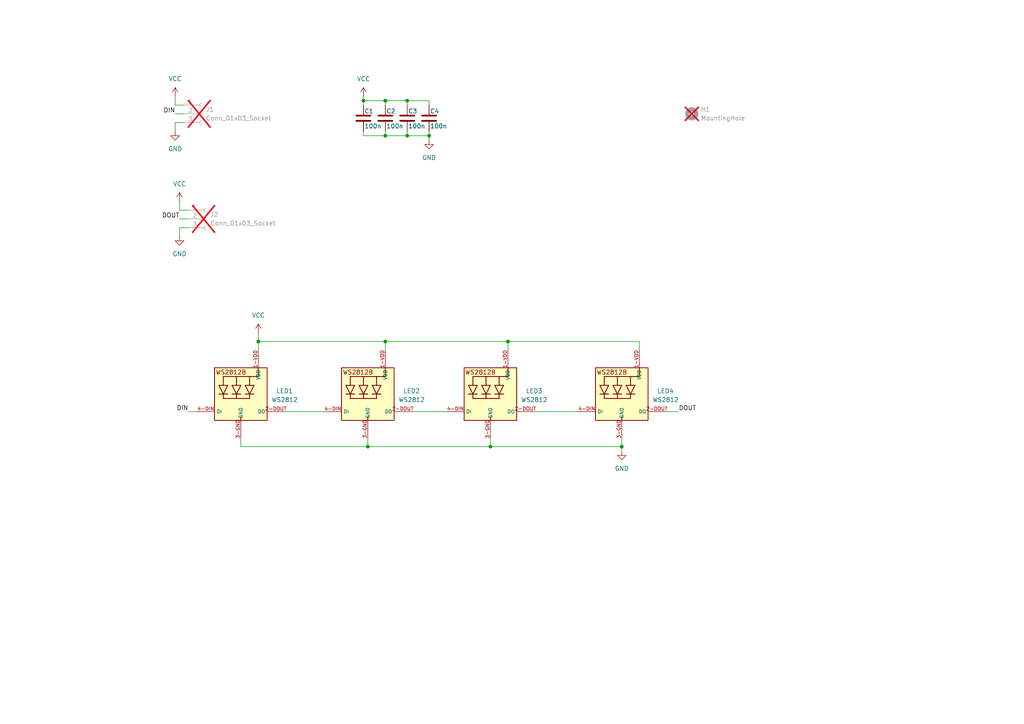
<source format=kicad_sch>
(kicad_sch
	(version 20231120)
	(generator "eeschema")
	(generator_version "8.0")
	(uuid "6dd1f552-d48f-46ed-8b33-4cce56153b2a")
	(paper "A4")
	(lib_symbols
		(symbol "0Capacitors:0603_100n_50v"
			(pin_numbers hide)
			(pin_names
				(offset 0) hide)
			(exclude_from_sim no)
			(in_bom yes)
			(on_board yes)
			(property "Reference" "C"
				(at 0.762 2.032 0)
				(effects
					(font
						(size 1.27 1.27)
					)
				)
			)
			(property "Value" "100n"
				(at 2.54 -2.032 0)
				(effects
					(font
						(size 1.27 1.27)
					)
				)
			)
			(property "Footprint" "0Capacitors:C_0603_1608Metric"
				(at -0.254 -9.144 0)
				(effects
					(font
						(size 1.27 1.27)
					)
					(hide yes)
				)
			)
			(property "Datasheet" ""
				(at 0 0 0)
				(effects
					(font
						(size 1.27 1.27)
					)
					(hide yes)
				)
			)
			(property "Description" "50V 100nF X7R ±10% 0603 Multilayer Ceramic Capacitors MLCC - SMD/SMT ROHS"
				(at 0.508 -7.366 0)
				(effects
					(font
						(size 1.27 1.27)
					)
					(hide yes)
				)
			)
			(property "LCSC Part #" "C14663"
				(at 0 -10.922 0)
				(effects
					(font
						(size 1.27 1.27)
					)
					(hide yes)
				)
			)
			(symbol "0603_100n_50v_0_1"
				(polyline
					(pts
						(xy -2.032 -0.762) (xy 2.032 -0.762)
					)
					(stroke
						(width 0.508)
						(type default)
					)
					(fill
						(type none)
					)
				)
				(polyline
					(pts
						(xy -2.032 0.762) (xy 2.032 0.762)
					)
					(stroke
						(width 0.508)
						(type default)
					)
					(fill
						(type none)
					)
				)
			)
			(symbol "0603_100n_50v_1_1"
				(pin passive line
					(at 0 3.81 270)
					(length 2.794)
					(name "~"
						(effects
							(font
								(size 1.27 1.27)
							)
						)
					)
					(number "1"
						(effects
							(font
								(size 1.27 1.27)
							)
						)
					)
				)
				(pin passive line
					(at 0 -3.81 90)
					(length 2.794)
					(name "~"
						(effects
							(font
								(size 1.27 1.27)
							)
						)
					)
					(number "2"
						(effects
							(font
								(size 1.27 1.27)
							)
						)
					)
				)
			)
		)
		(symbol "0LEDs:WS2812_5050"
			(exclude_from_sim no)
			(in_bom yes)
			(on_board yes)
			(property "Reference" "LED"
				(at -6.096 13.716 0)
				(effects
					(font
						(size 1.27 1.27)
					)
				)
			)
			(property "Value" "WS2812"
				(at 4.064 -3.81 0)
				(effects
					(font
						(size 1.27 1.27)
					)
				)
			)
			(property "Footprint" "0LED:WS2812B_5050"
				(at 0.254 -21.844 0)
				(effects
					(font
						(size 1.27 1.27)
					)
					(hide yes)
				)
			)
			(property "Datasheet" "https://jlcpcb.com/api/file/downloadByFileSystemAccessId/8588918769195864064"
				(at 0.254 -17.78 0)
				(effects
					(font
						(size 1.27 1.27)
					)
					(hide yes)
				)
			)
			(property "Description" "SMD5050 RGB LEDs(Built-in IC) ROHS"
				(at 0.508 -19.812 0)
				(effects
					(font
						(size 1.27 1.27)
					)
					(hide yes)
				)
			)
			(property "LCSC Part #" "C2843785"
				(at 0 -24.13 0)
				(effects
					(font
						(size 1.27 1.27)
					)
					(hide yes)
				)
			)
			(symbol "WS2812_5050_0_0"
				(rectangle
					(start -7.62 -2.54)
					(end 7.62 12.7)
					(stroke
						(width 0.254)
						(type default)
					)
					(fill
						(type background)
					)
				)
				(polyline
					(pts
						(xy -6.35 5.08) (xy -5.08 5.08)
					)
					(stroke
						(width 0.254)
						(type default)
					)
					(fill
						(type none)
					)
				)
				(polyline
					(pts
						(xy -6.35 7.62) (xy -5.08 7.62)
					)
					(stroke
						(width 0.254)
						(type default)
					)
					(fill
						(type none)
					)
				)
				(polyline
					(pts
						(xy -5.08 5.08) (xy -6.35 7.62)
					)
					(stroke
						(width 0.254)
						(type default)
					)
					(fill
						(type none)
					)
				)
				(polyline
					(pts
						(xy -5.08 5.08) (xy -5.08 3.81)
					)
					(stroke
						(width 0.254)
						(type default)
					)
					(fill
						(type none)
					)
				)
				(polyline
					(pts
						(xy -5.08 5.08) (xy -3.81 7.62)
					)
					(stroke
						(width 0.254)
						(type default)
					)
					(fill
						(type none)
					)
				)
				(polyline
					(pts
						(xy -5.08 7.62) (xy -3.81 7.62)
					)
					(stroke
						(width 0.254)
						(type default)
					)
					(fill
						(type none)
					)
				)
				(polyline
					(pts
						(xy -5.08 10.16) (xy -5.08 7.62)
					)
					(stroke
						(width 0.254)
						(type default)
					)
					(fill
						(type none)
					)
				)
				(polyline
					(pts
						(xy -3.81 5.08) (xy -5.08 5.08)
					)
					(stroke
						(width 0.254)
						(type default)
					)
					(fill
						(type none)
					)
				)
				(polyline
					(pts
						(xy -2.54 5.08) (xy -1.27 5.08)
					)
					(stroke
						(width 0.254)
						(type default)
					)
					(fill
						(type none)
					)
				)
				(polyline
					(pts
						(xy -2.54 7.62) (xy 0 7.62)
					)
					(stroke
						(width 0.254)
						(type default)
					)
					(fill
						(type none)
					)
				)
				(polyline
					(pts
						(xy -1.27 3.81) (xy -5.08 3.81)
					)
					(stroke
						(width 0.254)
						(type default)
					)
					(fill
						(type none)
					)
				)
				(polyline
					(pts
						(xy -1.27 5.08) (xy -2.54 7.62)
					)
					(stroke
						(width 0.254)
						(type default)
					)
					(fill
						(type none)
					)
				)
				(polyline
					(pts
						(xy -1.27 5.08) (xy -1.27 3.81)
					)
					(stroke
						(width 0.254)
						(type default)
					)
					(fill
						(type none)
					)
				)
				(polyline
					(pts
						(xy -1.27 5.08) (xy 0 5.08)
					)
					(stroke
						(width 0.254)
						(type default)
					)
					(fill
						(type none)
					)
				)
				(polyline
					(pts
						(xy -1.27 7.62) (xy -1.27 10.16)
					)
					(stroke
						(width 0.254)
						(type default)
					)
					(fill
						(type none)
					)
				)
				(polyline
					(pts
						(xy -1.27 10.16) (xy -5.08 10.16)
					)
					(stroke
						(width 0.254)
						(type default)
					)
					(fill
						(type none)
					)
				)
				(polyline
					(pts
						(xy 0 -1.524) (xy 0 -2.54)
					)
					(stroke
						(width 0.254)
						(type default)
					)
					(fill
						(type none)
					)
				)
				(polyline
					(pts
						(xy 0 7.62) (xy -1.27 5.08)
					)
					(stroke
						(width 0.254)
						(type default)
					)
					(fill
						(type none)
					)
				)
				(polyline
					(pts
						(xy 1.27 7.62) (xy 2.54 5.08)
					)
					(stroke
						(width 0.254)
						(type default)
					)
					(fill
						(type none)
					)
				)
				(polyline
					(pts
						(xy 1.27 7.62) (xy 2.54 7.62)
					)
					(stroke
						(width 0.254)
						(type default)
					)
					(fill
						(type none)
					)
				)
				(polyline
					(pts
						(xy 2.54 3.81) (xy -1.27 3.81)
					)
					(stroke
						(width 0.254)
						(type default)
					)
					(fill
						(type none)
					)
				)
				(polyline
					(pts
						(xy 2.54 5.08) (xy 1.27 5.08)
					)
					(stroke
						(width 0.254)
						(type default)
					)
					(fill
						(type none)
					)
				)
				(polyline
					(pts
						(xy 2.54 5.08) (xy 2.54 3.81)
					)
					(stroke
						(width 0.254)
						(type default)
					)
					(fill
						(type none)
					)
				)
				(polyline
					(pts
						(xy 2.54 5.08) (xy 3.81 5.08)
					)
					(stroke
						(width 0.254)
						(type default)
					)
					(fill
						(type none)
					)
				)
				(polyline
					(pts
						(xy 2.54 5.08) (xy 3.81 7.62)
					)
					(stroke
						(width 0.254)
						(type default)
					)
					(fill
						(type none)
					)
				)
				(polyline
					(pts
						(xy 2.54 7.62) (xy 2.54 10.16)
					)
					(stroke
						(width 0.254)
						(type default)
					)
					(fill
						(type none)
					)
				)
				(polyline
					(pts
						(xy 2.54 10.16) (xy -1.27 10.16)
					)
					(stroke
						(width 0.254)
						(type default)
					)
					(fill
						(type none)
					)
				)
				(polyline
					(pts
						(xy 2.54 10.16) (xy 5.08 10.16)
					)
					(stroke
						(width 0.254)
						(type default)
					)
					(fill
						(type none)
					)
				)
				(polyline
					(pts
						(xy 3.81 7.62) (xy 2.54 7.62)
					)
					(stroke
						(width 0.254)
						(type default)
					)
					(fill
						(type none)
					)
				)
				(polyline
					(pts
						(xy 5.08 12.7) (xy 5.08 10.16)
					)
					(stroke
						(width 0.254)
						(type default)
					)
					(fill
						(type none)
					)
				)
				(text "WS2812B"
					(at -7.366 10.668 0)
					(effects
						(font
							(size 1.27 1.27)
						)
						(justify left bottom)
					)
				)
				(pin power_in line
					(at 5.08 17.78 270)
					(length 5.08)
					(name "VDD"
						(effects
							(font
								(size 1.016 1.016)
							)
						)
					)
					(number "1-VDD"
						(effects
							(font
								(size 1.016 1.016)
							)
						)
					)
				)
				(pin output line
					(at 12.7 0 180)
					(length 5.08)
					(name "DO"
						(effects
							(font
								(size 1.016 1.016)
							)
						)
					)
					(number "2-DOUT"
						(effects
							(font
								(size 1.016 1.016)
							)
						)
					)
				)
				(pin power_in line
					(at 0 -7.62 90)
					(length 5.08)
					(name "GND"
						(effects
							(font
								(size 1.016 1.016)
							)
						)
					)
					(number "3-GND"
						(effects
							(font
								(size 1.016 1.016)
							)
						)
					)
				)
				(pin input line
					(at -12.7 0 0)
					(length 5.08)
					(name "DI"
						(effects
							(font
								(size 1.016 1.016)
							)
						)
					)
					(number "4-DIN"
						(effects
							(font
								(size 1.016 1.016)
							)
						)
					)
				)
			)
		)
		(symbol "Connector:Conn_01x03_Socket"
			(pin_names
				(offset 1.016) hide)
			(exclude_from_sim no)
			(in_bom yes)
			(on_board yes)
			(property "Reference" "J"
				(at 0 5.08 0)
				(effects
					(font
						(size 1.27 1.27)
					)
				)
			)
			(property "Value" "Conn_01x03_Socket"
				(at 0 -5.08 0)
				(effects
					(font
						(size 1.27 1.27)
					)
				)
			)
			(property "Footprint" ""
				(at 0 0 0)
				(effects
					(font
						(size 1.27 1.27)
					)
					(hide yes)
				)
			)
			(property "Datasheet" "~"
				(at 0 0 0)
				(effects
					(font
						(size 1.27 1.27)
					)
					(hide yes)
				)
			)
			(property "Description" "Generic connector, single row, 01x03, script generated"
				(at 0 0 0)
				(effects
					(font
						(size 1.27 1.27)
					)
					(hide yes)
				)
			)
			(property "ki_locked" ""
				(at 0 0 0)
				(effects
					(font
						(size 1.27 1.27)
					)
				)
			)
			(property "ki_keywords" "connector"
				(at 0 0 0)
				(effects
					(font
						(size 1.27 1.27)
					)
					(hide yes)
				)
			)
			(property "ki_fp_filters" "Connector*:*_1x??_*"
				(at 0 0 0)
				(effects
					(font
						(size 1.27 1.27)
					)
					(hide yes)
				)
			)
			(symbol "Conn_01x03_Socket_1_1"
				(arc
					(start 0 -2.032)
					(mid -0.5058 -2.54)
					(end 0 -3.048)
					(stroke
						(width 0.1524)
						(type default)
					)
					(fill
						(type none)
					)
				)
				(polyline
					(pts
						(xy -1.27 -2.54) (xy -0.508 -2.54)
					)
					(stroke
						(width 0.1524)
						(type default)
					)
					(fill
						(type none)
					)
				)
				(polyline
					(pts
						(xy -1.27 0) (xy -0.508 0)
					)
					(stroke
						(width 0.1524)
						(type default)
					)
					(fill
						(type none)
					)
				)
				(polyline
					(pts
						(xy -1.27 2.54) (xy -0.508 2.54)
					)
					(stroke
						(width 0.1524)
						(type default)
					)
					(fill
						(type none)
					)
				)
				(arc
					(start 0 0.508)
					(mid -0.5058 0)
					(end 0 -0.508)
					(stroke
						(width 0.1524)
						(type default)
					)
					(fill
						(type none)
					)
				)
				(arc
					(start 0 3.048)
					(mid -0.5058 2.54)
					(end 0 2.032)
					(stroke
						(width 0.1524)
						(type default)
					)
					(fill
						(type none)
					)
				)
				(pin passive line
					(at -5.08 2.54 0)
					(length 3.81)
					(name "Pin_1"
						(effects
							(font
								(size 1.27 1.27)
							)
						)
					)
					(number "1"
						(effects
							(font
								(size 1.27 1.27)
							)
						)
					)
				)
				(pin passive line
					(at -5.08 0 0)
					(length 3.81)
					(name "Pin_2"
						(effects
							(font
								(size 1.27 1.27)
							)
						)
					)
					(number "2"
						(effects
							(font
								(size 1.27 1.27)
							)
						)
					)
				)
				(pin passive line
					(at -5.08 -2.54 0)
					(length 3.81)
					(name "Pin_3"
						(effects
							(font
								(size 1.27 1.27)
							)
						)
					)
					(number "3"
						(effects
							(font
								(size 1.27 1.27)
							)
						)
					)
				)
			)
		)
		(symbol "Mechanical:MountingHole"
			(pin_names
				(offset 1.016)
			)
			(exclude_from_sim yes)
			(in_bom no)
			(on_board yes)
			(property "Reference" "H"
				(at 0 5.08 0)
				(effects
					(font
						(size 1.27 1.27)
					)
				)
			)
			(property "Value" "MountingHole"
				(at 0 3.175 0)
				(effects
					(font
						(size 1.27 1.27)
					)
				)
			)
			(property "Footprint" ""
				(at 0 0 0)
				(effects
					(font
						(size 1.27 1.27)
					)
					(hide yes)
				)
			)
			(property "Datasheet" "~"
				(at 0 0 0)
				(effects
					(font
						(size 1.27 1.27)
					)
					(hide yes)
				)
			)
			(property "Description" "Mounting Hole without connection"
				(at 0 0 0)
				(effects
					(font
						(size 1.27 1.27)
					)
					(hide yes)
				)
			)
			(property "ki_keywords" "mounting hole"
				(at 0 0 0)
				(effects
					(font
						(size 1.27 1.27)
					)
					(hide yes)
				)
			)
			(property "ki_fp_filters" "MountingHole*"
				(at 0 0 0)
				(effects
					(font
						(size 1.27 1.27)
					)
					(hide yes)
				)
			)
			(symbol "MountingHole_0_1"
				(circle
					(center 0 0)
					(radius 1.27)
					(stroke
						(width 1.27)
						(type default)
					)
					(fill
						(type none)
					)
				)
			)
		)
		(symbol "power:GND"
			(power)
			(pin_numbers hide)
			(pin_names
				(offset 0) hide)
			(exclude_from_sim no)
			(in_bom yes)
			(on_board yes)
			(property "Reference" "#PWR"
				(at 0 -6.35 0)
				(effects
					(font
						(size 1.27 1.27)
					)
					(hide yes)
				)
			)
			(property "Value" "GND"
				(at 0 -3.81 0)
				(effects
					(font
						(size 1.27 1.27)
					)
				)
			)
			(property "Footprint" ""
				(at 0 0 0)
				(effects
					(font
						(size 1.27 1.27)
					)
					(hide yes)
				)
			)
			(property "Datasheet" ""
				(at 0 0 0)
				(effects
					(font
						(size 1.27 1.27)
					)
					(hide yes)
				)
			)
			(property "Description" "Power symbol creates a global label with name \"GND\" , ground"
				(at 0 0 0)
				(effects
					(font
						(size 1.27 1.27)
					)
					(hide yes)
				)
			)
			(property "ki_keywords" "global power"
				(at 0 0 0)
				(effects
					(font
						(size 1.27 1.27)
					)
					(hide yes)
				)
			)
			(symbol "GND_0_1"
				(polyline
					(pts
						(xy 0 0) (xy 0 -1.27) (xy 1.27 -1.27) (xy 0 -2.54) (xy -1.27 -1.27) (xy 0 -1.27)
					)
					(stroke
						(width 0)
						(type default)
					)
					(fill
						(type none)
					)
				)
			)
			(symbol "GND_1_1"
				(pin power_in line
					(at 0 0 270)
					(length 0)
					(name "~"
						(effects
							(font
								(size 1.27 1.27)
							)
						)
					)
					(number "1"
						(effects
							(font
								(size 1.27 1.27)
							)
						)
					)
				)
			)
		)
		(symbol "power:VCC"
			(power)
			(pin_numbers hide)
			(pin_names
				(offset 0) hide)
			(exclude_from_sim no)
			(in_bom yes)
			(on_board yes)
			(property "Reference" "#PWR"
				(at 0 -3.81 0)
				(effects
					(font
						(size 1.27 1.27)
					)
					(hide yes)
				)
			)
			(property "Value" "VCC"
				(at 0 3.556 0)
				(effects
					(font
						(size 1.27 1.27)
					)
				)
			)
			(property "Footprint" ""
				(at 0 0 0)
				(effects
					(font
						(size 1.27 1.27)
					)
					(hide yes)
				)
			)
			(property "Datasheet" ""
				(at 0 0 0)
				(effects
					(font
						(size 1.27 1.27)
					)
					(hide yes)
				)
			)
			(property "Description" "Power symbol creates a global label with name \"VCC\""
				(at 0 0 0)
				(effects
					(font
						(size 1.27 1.27)
					)
					(hide yes)
				)
			)
			(property "ki_keywords" "global power"
				(at 0 0 0)
				(effects
					(font
						(size 1.27 1.27)
					)
					(hide yes)
				)
			)
			(symbol "VCC_0_1"
				(polyline
					(pts
						(xy -0.762 1.27) (xy 0 2.54)
					)
					(stroke
						(width 0)
						(type default)
					)
					(fill
						(type none)
					)
				)
				(polyline
					(pts
						(xy 0 0) (xy 0 2.54)
					)
					(stroke
						(width 0)
						(type default)
					)
					(fill
						(type none)
					)
				)
				(polyline
					(pts
						(xy 0 2.54) (xy 0.762 1.27)
					)
					(stroke
						(width 0)
						(type default)
					)
					(fill
						(type none)
					)
				)
			)
			(symbol "VCC_1_1"
				(pin power_in line
					(at 0 0 90)
					(length 0)
					(name "~"
						(effects
							(font
								(size 1.27 1.27)
							)
						)
					)
					(number "1"
						(effects
							(font
								(size 1.27 1.27)
							)
						)
					)
				)
			)
		)
	)
	(junction
		(at 118.11 29.21)
		(diameter 0)
		(color 0 0 0 0)
		(uuid "15aebb60-080f-47d1-9dc2-534267e7b07b")
	)
	(junction
		(at 106.68 129.54)
		(diameter 0)
		(color 0 0 0 0)
		(uuid "3b4769ad-1fad-457d-942e-fbdb418b2197")
	)
	(junction
		(at 105.41 29.21)
		(diameter 0)
		(color 0 0 0 0)
		(uuid "4921f1f7-c7fc-47bb-9557-602a06f86330")
	)
	(junction
		(at 111.76 39.37)
		(diameter 0)
		(color 0 0 0 0)
		(uuid "7cd88773-cde6-44e6-bce2-617c2da617ef")
	)
	(junction
		(at 124.46 39.37)
		(diameter 0)
		(color 0 0 0 0)
		(uuid "947091b6-eeb3-4735-b146-cee843cd015b")
	)
	(junction
		(at 118.11 39.37)
		(diameter 0)
		(color 0 0 0 0)
		(uuid "9e9309e2-608b-4463-8594-522776473aef")
	)
	(junction
		(at 74.93 99.06)
		(diameter 0)
		(color 0 0 0 0)
		(uuid "a67c75e4-5f2c-4484-9730-227a6c40118b")
	)
	(junction
		(at 111.76 29.21)
		(diameter 0)
		(color 0 0 0 0)
		(uuid "a6ad62f8-b966-41e1-b01d-6b8c18164969")
	)
	(junction
		(at 147.32 99.06)
		(diameter 0)
		(color 0 0 0 0)
		(uuid "b8b3c22f-6254-48c7-a246-5fd827fc1ab3")
	)
	(junction
		(at 142.24 129.54)
		(diameter 0)
		(color 0 0 0 0)
		(uuid "c0926165-0c91-40e5-a73a-8f01d42c1ae9")
	)
	(junction
		(at 180.34 129.54)
		(diameter 0)
		(color 0 0 0 0)
		(uuid "d681f108-ecd8-4248-870a-212a83853446")
	)
	(junction
		(at 111.76 99.06)
		(diameter 0)
		(color 0 0 0 0)
		(uuid "f2246dff-55ac-478c-800a-9807c3a2742f")
	)
	(wire
		(pts
			(xy 52.07 66.04) (xy 54.61 66.04)
		)
		(stroke
			(width 0)
			(type default)
		)
		(uuid "005eb66c-8af2-481f-bf14-5b7f5bd330e7")
	)
	(wire
		(pts
			(xy 54.61 119.38) (xy 57.15 119.38)
		)
		(stroke
			(width 0)
			(type default)
		)
		(uuid "0356690f-682b-42fd-b4c4-09a968bc1257")
	)
	(wire
		(pts
			(xy 105.41 27.94) (xy 105.41 29.21)
		)
		(stroke
			(width 0)
			(type default)
		)
		(uuid "06021514-67e5-4f36-9029-af5245037edc")
	)
	(wire
		(pts
			(xy 106.68 127) (xy 106.68 129.54)
		)
		(stroke
			(width 0)
			(type default)
		)
		(uuid "06e3dd23-e18a-42d4-98a0-35bec06276aa")
	)
	(wire
		(pts
			(xy 50.8 35.56) (xy 53.34 35.56)
		)
		(stroke
			(width 0)
			(type default)
		)
		(uuid "0b088308-7ea5-423c-bb6e-70078f83df84")
	)
	(wire
		(pts
			(xy 52.07 68.58) (xy 52.07 66.04)
		)
		(stroke
			(width 0)
			(type default)
		)
		(uuid "0c616c99-3f58-48af-a137-aba42320246b")
	)
	(wire
		(pts
			(xy 111.76 38.1) (xy 111.76 39.37)
		)
		(stroke
			(width 0)
			(type default)
		)
		(uuid "0ce1ea34-5544-405c-9d80-a6597b903f2f")
	)
	(wire
		(pts
			(xy 180.34 129.54) (xy 180.34 130.81)
		)
		(stroke
			(width 0)
			(type default)
		)
		(uuid "0e7d53ed-32eb-4ca0-a9e9-fa93b470fd71")
	)
	(wire
		(pts
			(xy 52.07 58.42) (xy 52.07 60.96)
		)
		(stroke
			(width 0)
			(type default)
		)
		(uuid "18b23fd4-3935-4f9d-9260-0e1203629982")
	)
	(wire
		(pts
			(xy 118.11 29.21) (xy 118.11 30.48)
		)
		(stroke
			(width 0)
			(type default)
		)
		(uuid "19eaf51b-c8d1-40f7-95d9-116afa79104b")
	)
	(wire
		(pts
			(xy 111.76 29.21) (xy 111.76 30.48)
		)
		(stroke
			(width 0)
			(type default)
		)
		(uuid "1cfc0223-8bc7-45ae-88fd-05f1844e29cd")
	)
	(wire
		(pts
			(xy 142.24 127) (xy 142.24 129.54)
		)
		(stroke
			(width 0)
			(type default)
		)
		(uuid "211100c7-56f4-4b9d-b589-ec89602a7ccb")
	)
	(wire
		(pts
			(xy 124.46 38.1) (xy 124.46 39.37)
		)
		(stroke
			(width 0)
			(type default)
		)
		(uuid "2800f6e9-e9fa-49e3-a093-9cc0b4fa86c8")
	)
	(wire
		(pts
			(xy 124.46 30.48) (xy 124.46 29.21)
		)
		(stroke
			(width 0)
			(type default)
		)
		(uuid "2979daea-d1e5-48df-9aff-3a743c888cfb")
	)
	(wire
		(pts
			(xy 69.85 127) (xy 69.85 129.54)
		)
		(stroke
			(width 0)
			(type default)
		)
		(uuid "2d7bd624-b7d9-4ec3-bfda-1e18d9754c57")
	)
	(wire
		(pts
			(xy 124.46 39.37) (xy 124.46 40.64)
		)
		(stroke
			(width 0)
			(type default)
		)
		(uuid "3146a79c-dcd4-4a9e-a386-847a467c93a4")
	)
	(wire
		(pts
			(xy 74.93 99.06) (xy 111.76 99.06)
		)
		(stroke
			(width 0)
			(type default)
		)
		(uuid "40a37d36-5736-4d98-ba34-9b037d5a6532")
	)
	(wire
		(pts
			(xy 111.76 99.06) (xy 147.32 99.06)
		)
		(stroke
			(width 0)
			(type default)
		)
		(uuid "451bdd7a-1e17-4d26-b795-7417c4951ef5")
	)
	(wire
		(pts
			(xy 50.8 38.1) (xy 50.8 35.56)
		)
		(stroke
			(width 0)
			(type default)
		)
		(uuid "47caa26b-5c2b-46a3-9d31-f21331e2a557")
	)
	(wire
		(pts
			(xy 124.46 29.21) (xy 118.11 29.21)
		)
		(stroke
			(width 0)
			(type default)
		)
		(uuid "5a7b1edd-d7cf-4a37-9bdd-777e37dbaa89")
	)
	(wire
		(pts
			(xy 118.11 39.37) (xy 124.46 39.37)
		)
		(stroke
			(width 0)
			(type default)
		)
		(uuid "64492333-f66b-44ec-9ef5-8a65525d8989")
	)
	(wire
		(pts
			(xy 105.41 38.1) (xy 105.41 39.37)
		)
		(stroke
			(width 0)
			(type default)
		)
		(uuid "67ba5ac2-9f84-4986-8bc3-5c1cb67077d8")
	)
	(wire
		(pts
			(xy 111.76 99.06) (xy 111.76 101.6)
		)
		(stroke
			(width 0)
			(type default)
		)
		(uuid "6d9bdc60-7469-4c10-b456-b170a64e4499")
	)
	(wire
		(pts
			(xy 154.94 119.38) (xy 167.64 119.38)
		)
		(stroke
			(width 0)
			(type default)
		)
		(uuid "6f524ed6-4864-473e-b909-4975226658eb")
	)
	(wire
		(pts
			(xy 50.8 33.02) (xy 53.34 33.02)
		)
		(stroke
			(width 0)
			(type default)
		)
		(uuid "7811bbb4-abd6-4f96-9adf-cd062bb1ae48")
	)
	(wire
		(pts
			(xy 118.11 38.1) (xy 118.11 39.37)
		)
		(stroke
			(width 0)
			(type default)
		)
		(uuid "782d479b-6ff9-487c-b90c-81f574bdc90c")
	)
	(wire
		(pts
			(xy 185.42 101.6) (xy 185.42 99.06)
		)
		(stroke
			(width 0)
			(type default)
		)
		(uuid "8800f3e1-f498-4564-954a-c82c519c19d3")
	)
	(wire
		(pts
			(xy 147.32 99.06) (xy 147.32 101.6)
		)
		(stroke
			(width 0)
			(type default)
		)
		(uuid "8a24c2ee-c0c9-4afb-8a13-237711456072")
	)
	(wire
		(pts
			(xy 180.34 127) (xy 180.34 129.54)
		)
		(stroke
			(width 0)
			(type default)
		)
		(uuid "8b07040f-e248-486a-b841-84459918fd1f")
	)
	(wire
		(pts
			(xy 118.11 29.21) (xy 111.76 29.21)
		)
		(stroke
			(width 0)
			(type default)
		)
		(uuid "8f2910d9-0426-4b12-8eb1-06d5535641bd")
	)
	(wire
		(pts
			(xy 74.93 99.06) (xy 74.93 101.6)
		)
		(stroke
			(width 0)
			(type default)
		)
		(uuid "a15a25a7-3ae4-491f-825b-508289dd8b0e")
	)
	(wire
		(pts
			(xy 106.68 129.54) (xy 142.24 129.54)
		)
		(stroke
			(width 0)
			(type default)
		)
		(uuid "a3d22365-8e88-43ea-be62-478423a5bcd3")
	)
	(wire
		(pts
			(xy 111.76 29.21) (xy 105.41 29.21)
		)
		(stroke
			(width 0)
			(type default)
		)
		(uuid "a6d97b27-a594-430d-974f-5102d9a7137e")
	)
	(wire
		(pts
			(xy 52.07 60.96) (xy 54.61 60.96)
		)
		(stroke
			(width 0)
			(type default)
		)
		(uuid "ac053bf3-98ab-469c-ae75-ea9885e2ee4c")
	)
	(wire
		(pts
			(xy 111.76 39.37) (xy 118.11 39.37)
		)
		(stroke
			(width 0)
			(type default)
		)
		(uuid "b9acef20-74b6-46d6-b598-04300e55da3c")
	)
	(wire
		(pts
			(xy 105.41 29.21) (xy 105.41 30.48)
		)
		(stroke
			(width 0)
			(type default)
		)
		(uuid "beb9d039-6821-47a7-8476-1610eafcd141")
	)
	(wire
		(pts
			(xy 52.07 63.5) (xy 54.61 63.5)
		)
		(stroke
			(width 0)
			(type default)
		)
		(uuid "c953cce1-a5d3-4c6e-b157-91e2e6d95f12")
	)
	(wire
		(pts
			(xy 74.93 96.52) (xy 74.93 99.06)
		)
		(stroke
			(width 0)
			(type default)
		)
		(uuid "ca3b98f5-c2b0-4d35-81f0-5d7758c21a10")
	)
	(wire
		(pts
			(xy 193.04 119.38) (xy 196.85 119.38)
		)
		(stroke
			(width 0)
			(type default)
		)
		(uuid "d22a3e0b-04f1-4f4d-afee-5f1594c22e5b")
	)
	(wire
		(pts
			(xy 147.32 99.06) (xy 185.42 99.06)
		)
		(stroke
			(width 0)
			(type default)
		)
		(uuid "da65a11d-3b55-4d3d-b4a5-70c3035c29ab")
	)
	(wire
		(pts
			(xy 105.41 39.37) (xy 111.76 39.37)
		)
		(stroke
			(width 0)
			(type default)
		)
		(uuid "e128c87c-6e10-40b7-a561-15598d988aea")
	)
	(wire
		(pts
			(xy 142.24 129.54) (xy 180.34 129.54)
		)
		(stroke
			(width 0)
			(type default)
		)
		(uuid "e881cd79-8ef8-40e6-9ae9-f34d52162adf")
	)
	(wire
		(pts
			(xy 69.85 129.54) (xy 106.68 129.54)
		)
		(stroke
			(width 0)
			(type default)
		)
		(uuid "ebecbbe8-f43e-4891-b666-1b804755c891")
	)
	(wire
		(pts
			(xy 82.55 119.38) (xy 93.98 119.38)
		)
		(stroke
			(width 0)
			(type default)
		)
		(uuid "f419821b-0db4-4640-a3c5-3a5cd1c62c3a")
	)
	(wire
		(pts
			(xy 50.8 27.94) (xy 50.8 30.48)
		)
		(stroke
			(width 0)
			(type default)
		)
		(uuid "f47ba383-6f18-4f79-af88-690a8db10521")
	)
	(wire
		(pts
			(xy 50.8 30.48) (xy 53.34 30.48)
		)
		(stroke
			(width 0)
			(type default)
		)
		(uuid "f6cfb7a6-d315-41df-9c7b-7ca3729a6fa1")
	)
	(wire
		(pts
			(xy 119.38 119.38) (xy 129.54 119.38)
		)
		(stroke
			(width 0)
			(type default)
		)
		(uuid "fa6926a0-e2dd-4a12-84cb-9e2768a25837")
	)
	(label "DOUT"
		(at 52.07 63.5 180)
		(fields_autoplaced yes)
		(effects
			(font
				(size 1.27 1.27)
			)
			(justify right bottom)
		)
		(uuid "0a8a1e79-1231-48c3-9ae1-47b57e2988d4")
	)
	(label "DIN"
		(at 54.61 119.38 180)
		(fields_autoplaced yes)
		(effects
			(font
				(size 1.27 1.27)
			)
			(justify right bottom)
		)
		(uuid "a0e14bb4-6b48-4158-9f53-1d9588b471f2")
	)
	(label "DIN"
		(at 50.8 33.02 180)
		(fields_autoplaced yes)
		(effects
			(font
				(size 1.27 1.27)
			)
			(justify right bottom)
		)
		(uuid "c9989903-960a-4706-b504-f93c76aa0dfb")
	)
	(label "DOUT"
		(at 196.85 119.38 0)
		(fields_autoplaced yes)
		(effects
			(font
				(size 1.27 1.27)
			)
			(justify left bottom)
		)
		(uuid "fd1c2206-c2af-497c-afc4-8e505594fac6")
	)
	(symbol
		(lib_id "power:GND")
		(at 180.34 130.81 0)
		(unit 1)
		(exclude_from_sim no)
		(in_bom yes)
		(on_board yes)
		(dnp no)
		(fields_autoplaced yes)
		(uuid "0070f2b7-d690-4c57-8a31-9e4a393aa967")
		(property "Reference" "#PWR07"
			(at 180.34 137.16 0)
			(effects
				(font
					(size 1.27 1.27)
				)
				(hide yes)
			)
		)
		(property "Value" "GND"
			(at 180.34 135.89 0)
			(effects
				(font
					(size 1.27 1.27)
				)
			)
		)
		(property "Footprint" ""
			(at 180.34 130.81 0)
			(effects
				(font
					(size 1.27 1.27)
				)
				(hide yes)
			)
		)
		(property "Datasheet" ""
			(at 180.34 130.81 0)
			(effects
				(font
					(size 1.27 1.27)
				)
				(hide yes)
			)
		)
		(property "Description" "Power symbol creates a global label with name \"GND\" , ground"
			(at 180.34 130.81 0)
			(effects
				(font
					(size 1.27 1.27)
				)
				(hide yes)
			)
		)
		(pin "1"
			(uuid "02251727-7824-4867-b9eb-8e79ed3c12ab")
		)
		(instances
			(project "ws2812_sticks"
				(path "/6dd1f552-d48f-46ed-8b33-4cce56153b2a"
					(reference "#PWR07")
					(unit 1)
				)
			)
		)
	)
	(symbol
		(lib_id "power:GND")
		(at 52.07 68.58 0)
		(unit 1)
		(exclude_from_sim no)
		(in_bom yes)
		(on_board yes)
		(dnp no)
		(fields_autoplaced yes)
		(uuid "2c8b7a27-3931-48e9-add8-f2038a95043c")
		(property "Reference" "#PWR02"
			(at 52.07 74.93 0)
			(effects
				(font
					(size 1.27 1.27)
				)
				(hide yes)
			)
		)
		(property "Value" "GND"
			(at 52.07 73.66 0)
			(effects
				(font
					(size 1.27 1.27)
				)
			)
		)
		(property "Footprint" ""
			(at 52.07 68.58 0)
			(effects
				(font
					(size 1.27 1.27)
				)
				(hide yes)
			)
		)
		(property "Datasheet" ""
			(at 52.07 68.58 0)
			(effects
				(font
					(size 1.27 1.27)
				)
				(hide yes)
			)
		)
		(property "Description" "Power symbol creates a global label with name \"GND\" , ground"
			(at 52.07 68.58 0)
			(effects
				(font
					(size 1.27 1.27)
				)
				(hide yes)
			)
		)
		(pin "1"
			(uuid "424a0e1b-0a6c-45b0-87cd-5430e2a5945b")
		)
		(instances
			(project "ws2812_sticks"
				(path "/6dd1f552-d48f-46ed-8b33-4cce56153b2a"
					(reference "#PWR02")
					(unit 1)
				)
			)
		)
	)
	(symbol
		(lib_id "power:GND")
		(at 50.8 38.1 0)
		(unit 1)
		(exclude_from_sim no)
		(in_bom yes)
		(on_board yes)
		(dnp no)
		(fields_autoplaced yes)
		(uuid "32db21ac-d0e7-41fe-ad61-4349b4f49c87")
		(property "Reference" "#PWR01"
			(at 50.8 44.45 0)
			(effects
				(font
					(size 1.27 1.27)
				)
				(hide yes)
			)
		)
		(property "Value" "GND"
			(at 50.8 43.18 0)
			(effects
				(font
					(size 1.27 1.27)
				)
			)
		)
		(property "Footprint" ""
			(at 50.8 38.1 0)
			(effects
				(font
					(size 1.27 1.27)
				)
				(hide yes)
			)
		)
		(property "Datasheet" ""
			(at 50.8 38.1 0)
			(effects
				(font
					(size 1.27 1.27)
				)
				(hide yes)
			)
		)
		(property "Description" "Power symbol creates a global label with name \"GND\" , ground"
			(at 50.8 38.1 0)
			(effects
				(font
					(size 1.27 1.27)
				)
				(hide yes)
			)
		)
		(pin "1"
			(uuid "7d490c21-db25-47f7-a6e9-093a3d90a90c")
		)
		(instances
			(project ""
				(path "/6dd1f552-d48f-46ed-8b33-4cce56153b2a"
					(reference "#PWR01")
					(unit 1)
				)
			)
		)
	)
	(symbol
		(lib_id "0LEDs:WS2812_5050")
		(at 142.24 119.38 0)
		(unit 1)
		(exclude_from_sim no)
		(in_bom yes)
		(on_board yes)
		(dnp no)
		(fields_autoplaced yes)
		(uuid "618e8243-f58d-4381-a04f-7a2f2f038704")
		(property "Reference" "LED3"
			(at 154.94 113.4108 0)
			(effects
				(font
					(size 1.27 1.27)
				)
			)
		)
		(property "Value" "WS2812"
			(at 154.94 115.9508 0)
			(effects
				(font
					(size 1.27 1.27)
				)
			)
		)
		(property "Footprint" "0LED:WS2812B_5050"
			(at 142.494 141.224 0)
			(effects
				(font
					(size 1.27 1.27)
				)
				(hide yes)
			)
		)
		(property "Datasheet" "https://jlcpcb.com/api/file/downloadByFileSystemAccessId/8588918769195864064"
			(at 142.494 137.16 0)
			(effects
				(font
					(size 1.27 1.27)
				)
				(hide yes)
			)
		)
		(property "Description" "SMD5050 RGB LEDs(Built-in IC) ROHS"
			(at 142.748 139.192 0)
			(effects
				(font
					(size 1.27 1.27)
				)
				(hide yes)
			)
		)
		(property "LCSC Part #" "C2843785"
			(at 142.24 143.51 0)
			(effects
				(font
					(size 1.27 1.27)
				)
				(hide yes)
			)
		)
		(pin "4-DIN"
			(uuid "9bd7d4b1-bcda-4a94-afcc-cc53c835755e")
		)
		(pin "3-GND"
			(uuid "82fbe1be-9ae6-4c5f-a0f2-87b00d313933")
		)
		(pin "1-VDD"
			(uuid "2a2a13b8-2c23-4ad1-9016-e70b3032d7de")
		)
		(pin "2-DOUT"
			(uuid "93edd8bd-342a-4b7b-9dfb-b5c1a11c4d1f")
		)
		(instances
			(project "ws2812_sticks"
				(path "/6dd1f552-d48f-46ed-8b33-4cce56153b2a"
					(reference "LED3")
					(unit 1)
				)
			)
		)
	)
	(symbol
		(lib_id "Connector:Conn_01x03_Socket")
		(at 58.42 33.02 0)
		(unit 1)
		(exclude_from_sim no)
		(in_bom no)
		(on_board yes)
		(dnp yes)
		(fields_autoplaced yes)
		(uuid "61ef9b8d-76b5-4934-b874-98e1ca64c410")
		(property "Reference" "J1"
			(at 59.69 31.7499 0)
			(effects
				(font
					(size 1.27 1.27)
				)
				(justify left)
			)
		)
		(property "Value" "Conn_01x03_Socket"
			(at 59.69 34.2899 0)
			(effects
				(font
					(size 1.27 1.27)
				)
				(justify left)
			)
		)
		(property "Footprint" "Connector_PinHeader_2.54mm:PinHeader_1x03_P2.54mm_Vertical"
			(at 58.42 33.02 0)
			(effects
				(font
					(size 1.27 1.27)
				)
				(hide yes)
			)
		)
		(property "Datasheet" "~"
			(at 58.42 33.02 0)
			(effects
				(font
					(size 1.27 1.27)
				)
				(hide yes)
			)
		)
		(property "Description" "Generic connector, single row, 01x03, script generated"
			(at 58.42 33.02 0)
			(effects
				(font
					(size 1.27 1.27)
				)
				(hide yes)
			)
		)
		(pin "1"
			(uuid "1e1795e3-4117-43c3-97a0-3d22116bc071")
		)
		(pin "2"
			(uuid "1de396f7-538b-41da-84c6-76b96b25b1ff")
		)
		(pin "3"
			(uuid "fecfc45a-ede3-4822-ad6a-e5501790fed2")
		)
		(instances
			(project ""
				(path "/6dd1f552-d48f-46ed-8b33-4cce56153b2a"
					(reference "J1")
					(unit 1)
				)
			)
		)
	)
	(symbol
		(lib_id "0Capacitors:0603_100n_50v")
		(at 111.76 34.29 0)
		(unit 1)
		(exclude_from_sim no)
		(in_bom yes)
		(on_board yes)
		(dnp no)
		(uuid "635cca16-ed7e-476b-ba54-ca3c76e63850")
		(property "Reference" "C2"
			(at 112.014 32.258 0)
			(effects
				(font
					(size 1.27 1.27)
				)
				(justify left)
			)
		)
		(property "Value" "100n"
			(at 112.014 36.576 0)
			(effects
				(font
					(size 1.27 1.27)
				)
				(justify left)
			)
		)
		(property "Footprint" "0Capacitors:C_0603_1608Metric"
			(at 111.506 43.434 0)
			(effects
				(font
					(size 1.27 1.27)
				)
				(hide yes)
			)
		)
		(property "Datasheet" ""
			(at 111.76 34.29 0)
			(effects
				(font
					(size 1.27 1.27)
				)
				(hide yes)
			)
		)
		(property "Description" "50V 100nF X7R ±10% 0603 Multilayer Ceramic Capacitors MLCC - SMD/SMT ROHS"
			(at 112.268 41.656 0)
			(effects
				(font
					(size 1.27 1.27)
				)
				(hide yes)
			)
		)
		(property "LCSC Part #" "C14663"
			(at 111.76 45.212 0)
			(effects
				(font
					(size 1.27 1.27)
				)
				(hide yes)
			)
		)
		(pin "1"
			(uuid "52c7cfdf-226a-4b67-94a3-1810449a5c59")
		)
		(pin "2"
			(uuid "91b268e0-2afb-40cb-bef8-67ecb9b67a13")
		)
		(instances
			(project "ws2812_sticks"
				(path "/6dd1f552-d48f-46ed-8b33-4cce56153b2a"
					(reference "C2")
					(unit 1)
				)
			)
		)
	)
	(symbol
		(lib_id "Connector:Conn_01x03_Socket")
		(at 59.69 63.5 0)
		(unit 1)
		(exclude_from_sim no)
		(in_bom no)
		(on_board yes)
		(dnp yes)
		(fields_autoplaced yes)
		(uuid "6388e69d-0a82-4ae7-9f0b-b32bceb9aec8")
		(property "Reference" "J2"
			(at 60.96 62.2299 0)
			(effects
				(font
					(size 1.27 1.27)
				)
				(justify left)
			)
		)
		(property "Value" "Conn_01x03_Socket"
			(at 60.96 64.7699 0)
			(effects
				(font
					(size 1.27 1.27)
				)
				(justify left)
			)
		)
		(property "Footprint" "Connector_PinHeader_2.54mm:PinHeader_1x03_P2.54mm_Vertical"
			(at 59.69 63.5 0)
			(effects
				(font
					(size 1.27 1.27)
				)
				(hide yes)
			)
		)
		(property "Datasheet" "~"
			(at 59.69 63.5 0)
			(effects
				(font
					(size 1.27 1.27)
				)
				(hide yes)
			)
		)
		(property "Description" "Generic connector, single row, 01x03, script generated"
			(at 59.69 63.5 0)
			(effects
				(font
					(size 1.27 1.27)
				)
				(hide yes)
			)
		)
		(pin "1"
			(uuid "e70d5d52-2438-4a52-90cd-0e40cf12f965")
		)
		(pin "2"
			(uuid "659ea85a-85b5-4d80-aa80-0dcf416a11c0")
		)
		(pin "3"
			(uuid "5a52c79d-53dc-4b97-ac60-ee87ef74a5dc")
		)
		(instances
			(project "ws2812_sticks"
				(path "/6dd1f552-d48f-46ed-8b33-4cce56153b2a"
					(reference "J2")
					(unit 1)
				)
			)
		)
	)
	(symbol
		(lib_id "power:VCC")
		(at 52.07 58.42 0)
		(unit 1)
		(exclude_from_sim no)
		(in_bom yes)
		(on_board yes)
		(dnp no)
		(fields_autoplaced yes)
		(uuid "68c41863-1acf-472f-b509-dda73d512072")
		(property "Reference" "#PWR04"
			(at 52.07 62.23 0)
			(effects
				(font
					(size 1.27 1.27)
				)
				(hide yes)
			)
		)
		(property "Value" "VCC"
			(at 52.07 53.34 0)
			(effects
				(font
					(size 1.27 1.27)
				)
			)
		)
		(property "Footprint" ""
			(at 52.07 58.42 0)
			(effects
				(font
					(size 1.27 1.27)
				)
				(hide yes)
			)
		)
		(property "Datasheet" ""
			(at 52.07 58.42 0)
			(effects
				(font
					(size 1.27 1.27)
				)
				(hide yes)
			)
		)
		(property "Description" "Power symbol creates a global label with name \"VCC\""
			(at 52.07 58.42 0)
			(effects
				(font
					(size 1.27 1.27)
				)
				(hide yes)
			)
		)
		(pin "1"
			(uuid "608eac92-a179-4130-b9b8-230e71bd33cf")
		)
		(instances
			(project "ws2812_sticks"
				(path "/6dd1f552-d48f-46ed-8b33-4cce56153b2a"
					(reference "#PWR04")
					(unit 1)
				)
			)
		)
	)
	(symbol
		(lib_id "Mechanical:MountingHole")
		(at 200.66 33.02 0)
		(unit 1)
		(exclude_from_sim yes)
		(in_bom no)
		(on_board yes)
		(dnp yes)
		(fields_autoplaced yes)
		(uuid "7dc42fb0-3a5d-42cf-bf31-71ce6e9c9b43")
		(property "Reference" "H1"
			(at 203.2 31.7499 0)
			(effects
				(font
					(size 1.27 1.27)
				)
				(justify left)
			)
		)
		(property "Value" "MountingHole"
			(at 203.2 34.2899 0)
			(effects
				(font
					(size 1.27 1.27)
				)
				(justify left)
			)
		)
		(property "Footprint" "MountingHole:MountingHole_2.2mm_M2_DIN965_Pad"
			(at 200.66 33.02 0)
			(effects
				(font
					(size 1.27 1.27)
				)
				(hide yes)
			)
		)
		(property "Datasheet" "~"
			(at 200.66 33.02 0)
			(effects
				(font
					(size 1.27 1.27)
				)
				(hide yes)
			)
		)
		(property "Description" "Mounting Hole without connection"
			(at 200.66 33.02 0)
			(effects
				(font
					(size 1.27 1.27)
				)
				(hide yes)
			)
		)
		(instances
			(project ""
				(path "/6dd1f552-d48f-46ed-8b33-4cce56153b2a"
					(reference "H1")
					(unit 1)
				)
			)
		)
	)
	(symbol
		(lib_id "0LEDs:WS2812_5050")
		(at 106.68 119.38 0)
		(unit 1)
		(exclude_from_sim no)
		(in_bom yes)
		(on_board yes)
		(dnp no)
		(fields_autoplaced yes)
		(uuid "815248ca-9b5e-4d7a-88fe-2231b966e353")
		(property "Reference" "LED2"
			(at 119.38 113.4108 0)
			(effects
				(font
					(size 1.27 1.27)
				)
			)
		)
		(property "Value" "WS2812"
			(at 119.38 115.9508 0)
			(effects
				(font
					(size 1.27 1.27)
				)
			)
		)
		(property "Footprint" "0LED:WS2812B_5050"
			(at 106.934 141.224 0)
			(effects
				(font
					(size 1.27 1.27)
				)
				(hide yes)
			)
		)
		(property "Datasheet" "https://jlcpcb.com/api/file/downloadByFileSystemAccessId/8588918769195864064"
			(at 106.934 137.16 0)
			(effects
				(font
					(size 1.27 1.27)
				)
				(hide yes)
			)
		)
		(property "Description" "SMD5050 RGB LEDs(Built-in IC) ROHS"
			(at 107.188 139.192 0)
			(effects
				(font
					(size 1.27 1.27)
				)
				(hide yes)
			)
		)
		(property "LCSC Part #" "C2843785"
			(at 106.68 143.51 0)
			(effects
				(font
					(size 1.27 1.27)
				)
				(hide yes)
			)
		)
		(pin "4-DIN"
			(uuid "3073456f-8020-42f2-826d-da881ab6f69e")
		)
		(pin "3-GND"
			(uuid "de7082f1-3f03-483b-ba73-4cbffd1b7332")
		)
		(pin "1-VDD"
			(uuid "98d5f24f-e9af-4a04-a5e8-a32a133f78e7")
		)
		(pin "2-DOUT"
			(uuid "1099809f-5923-492e-80c7-99a029b2d46a")
		)
		(instances
			(project "ws2812_sticks"
				(path "/6dd1f552-d48f-46ed-8b33-4cce56153b2a"
					(reference "LED2")
					(unit 1)
				)
			)
		)
	)
	(symbol
		(lib_id "0LEDs:WS2812_5050")
		(at 69.85 119.38 0)
		(unit 1)
		(exclude_from_sim no)
		(in_bom yes)
		(on_board yes)
		(dnp no)
		(fields_autoplaced yes)
		(uuid "9bfb7cc6-2691-48a2-b119-c444c606260e")
		(property "Reference" "LED1"
			(at 82.55 113.4108 0)
			(effects
				(font
					(size 1.27 1.27)
				)
			)
		)
		(property "Value" "WS2812"
			(at 82.55 115.9508 0)
			(effects
				(font
					(size 1.27 1.27)
				)
			)
		)
		(property "Footprint" "0LED:WS2812B_5050"
			(at 70.104 141.224 0)
			(effects
				(font
					(size 1.27 1.27)
				)
				(hide yes)
			)
		)
		(property "Datasheet" "https://jlcpcb.com/api/file/downloadByFileSystemAccessId/8588918769195864064"
			(at 70.104 137.16 0)
			(effects
				(font
					(size 1.27 1.27)
				)
				(hide yes)
			)
		)
		(property "Description" "SMD5050 RGB LEDs(Built-in IC) ROHS"
			(at 70.358 139.192 0)
			(effects
				(font
					(size 1.27 1.27)
				)
				(hide yes)
			)
		)
		(property "LCSC Part #" "C2843785"
			(at 69.85 143.51 0)
			(effects
				(font
					(size 1.27 1.27)
				)
				(hide yes)
			)
		)
		(pin "4-DIN"
			(uuid "15692dbf-8e26-4b93-a89f-c314794e8a4e")
		)
		(pin "3-GND"
			(uuid "bc4dc14f-65ef-44ef-a9b0-c3131f4415eb")
		)
		(pin "1-VDD"
			(uuid "90bd26e6-480d-4587-9c4e-1760bce5d0b5")
		)
		(pin "2-DOUT"
			(uuid "0451b1a5-9d45-4b9f-b2ac-b5fd62125a79")
		)
		(instances
			(project ""
				(path "/6dd1f552-d48f-46ed-8b33-4cce56153b2a"
					(reference "LED1")
					(unit 1)
				)
			)
		)
	)
	(symbol
		(lib_id "power:GND")
		(at 124.46 40.64 0)
		(unit 1)
		(exclude_from_sim no)
		(in_bom yes)
		(on_board yes)
		(dnp no)
		(fields_autoplaced yes)
		(uuid "a5af320b-6528-4321-9ae4-c648282a211b")
		(property "Reference" "#PWR06"
			(at 124.46 46.99 0)
			(effects
				(font
					(size 1.27 1.27)
				)
				(hide yes)
			)
		)
		(property "Value" "GND"
			(at 124.46 45.72 0)
			(effects
				(font
					(size 1.27 1.27)
				)
			)
		)
		(property "Footprint" ""
			(at 124.46 40.64 0)
			(effects
				(font
					(size 1.27 1.27)
				)
				(hide yes)
			)
		)
		(property "Datasheet" ""
			(at 124.46 40.64 0)
			(effects
				(font
					(size 1.27 1.27)
				)
				(hide yes)
			)
		)
		(property "Description" "Power symbol creates a global label with name \"GND\" , ground"
			(at 124.46 40.64 0)
			(effects
				(font
					(size 1.27 1.27)
				)
				(hide yes)
			)
		)
		(pin "1"
			(uuid "bd9c32e6-d766-42fa-96ab-2a78fd9ca77d")
		)
		(instances
			(project "ws2812_sticks"
				(path "/6dd1f552-d48f-46ed-8b33-4cce56153b2a"
					(reference "#PWR06")
					(unit 1)
				)
			)
		)
	)
	(symbol
		(lib_id "0Capacitors:0603_100n_50v")
		(at 105.41 34.29 0)
		(unit 1)
		(exclude_from_sim no)
		(in_bom yes)
		(on_board yes)
		(dnp no)
		(uuid "a6faa6a5-efd9-4915-b07c-fed4fb0d3e26")
		(property "Reference" "C1"
			(at 105.664 32.258 0)
			(effects
				(font
					(size 1.27 1.27)
				)
				(justify left)
			)
		)
		(property "Value" "100n"
			(at 105.664 36.576 0)
			(effects
				(font
					(size 1.27 1.27)
				)
				(justify left)
			)
		)
		(property "Footprint" "0Capacitors:C_0603_1608Metric"
			(at 105.156 43.434 0)
			(effects
				(font
					(size 1.27 1.27)
				)
				(hide yes)
			)
		)
		(property "Datasheet" ""
			(at 105.41 34.29 0)
			(effects
				(font
					(size 1.27 1.27)
				)
				(hide yes)
			)
		)
		(property "Description" "50V 100nF X7R ±10% 0603 Multilayer Ceramic Capacitors MLCC - SMD/SMT ROHS"
			(at 105.918 41.656 0)
			(effects
				(font
					(size 1.27 1.27)
				)
				(hide yes)
			)
		)
		(property "LCSC Part #" "C14663"
			(at 105.41 45.212 0)
			(effects
				(font
					(size 1.27 1.27)
				)
				(hide yes)
			)
		)
		(pin "1"
			(uuid "2a5b6660-f60f-452e-8e6e-7d8b07590fb3")
		)
		(pin "2"
			(uuid "213f6300-4b8b-4226-8f82-0f985af3979a")
		)
		(instances
			(project ""
				(path "/6dd1f552-d48f-46ed-8b33-4cce56153b2a"
					(reference "C1")
					(unit 1)
				)
			)
		)
	)
	(symbol
		(lib_id "power:VCC")
		(at 105.41 27.94 0)
		(unit 1)
		(exclude_from_sim no)
		(in_bom yes)
		(on_board yes)
		(dnp no)
		(fields_autoplaced yes)
		(uuid "b1b950c5-e7ad-4824-bbeb-a549bf13d484")
		(property "Reference" "#PWR05"
			(at 105.41 31.75 0)
			(effects
				(font
					(size 1.27 1.27)
				)
				(hide yes)
			)
		)
		(property "Value" "VCC"
			(at 105.41 22.86 0)
			(effects
				(font
					(size 1.27 1.27)
				)
			)
		)
		(property "Footprint" ""
			(at 105.41 27.94 0)
			(effects
				(font
					(size 1.27 1.27)
				)
				(hide yes)
			)
		)
		(property "Datasheet" ""
			(at 105.41 27.94 0)
			(effects
				(font
					(size 1.27 1.27)
				)
				(hide yes)
			)
		)
		(property "Description" "Power symbol creates a global label with name \"VCC\""
			(at 105.41 27.94 0)
			(effects
				(font
					(size 1.27 1.27)
				)
				(hide yes)
			)
		)
		(pin "1"
			(uuid "bbccb1b8-21b0-4841-bc8b-621d5aece46f")
		)
		(instances
			(project "ws2812_sticks"
				(path "/6dd1f552-d48f-46ed-8b33-4cce56153b2a"
					(reference "#PWR05")
					(unit 1)
				)
			)
		)
	)
	(symbol
		(lib_id "power:VCC")
		(at 74.93 96.52 0)
		(unit 1)
		(exclude_from_sim no)
		(in_bom yes)
		(on_board yes)
		(dnp no)
		(fields_autoplaced yes)
		(uuid "c94a9a0c-49bd-463c-908e-5eabf00410b6")
		(property "Reference" "#PWR08"
			(at 74.93 100.33 0)
			(effects
				(font
					(size 1.27 1.27)
				)
				(hide yes)
			)
		)
		(property "Value" "VCC"
			(at 74.93 91.44 0)
			(effects
				(font
					(size 1.27 1.27)
				)
			)
		)
		(property "Footprint" ""
			(at 74.93 96.52 0)
			(effects
				(font
					(size 1.27 1.27)
				)
				(hide yes)
			)
		)
		(property "Datasheet" ""
			(at 74.93 96.52 0)
			(effects
				(font
					(size 1.27 1.27)
				)
				(hide yes)
			)
		)
		(property "Description" "Power symbol creates a global label with name \"VCC\""
			(at 74.93 96.52 0)
			(effects
				(font
					(size 1.27 1.27)
				)
				(hide yes)
			)
		)
		(pin "1"
			(uuid "e1ed9a10-dc59-4cd5-8e26-fe0d340f40d0")
		)
		(instances
			(project "ws2812_sticks"
				(path "/6dd1f552-d48f-46ed-8b33-4cce56153b2a"
					(reference "#PWR08")
					(unit 1)
				)
			)
		)
	)
	(symbol
		(lib_id "0Capacitors:0603_100n_50v")
		(at 118.11 34.29 0)
		(unit 1)
		(exclude_from_sim no)
		(in_bom yes)
		(on_board yes)
		(dnp no)
		(uuid "e1bf34ad-03c4-4fbe-8715-0a0c20382eb9")
		(property "Reference" "C3"
			(at 118.364 32.258 0)
			(effects
				(font
					(size 1.27 1.27)
				)
				(justify left)
			)
		)
		(property "Value" "100n"
			(at 118.364 36.576 0)
			(effects
				(font
					(size 1.27 1.27)
				)
				(justify left)
			)
		)
		(property "Footprint" "0Capacitors:C_0603_1608Metric"
			(at 117.856 43.434 0)
			(effects
				(font
					(size 1.27 1.27)
				)
				(hide yes)
			)
		)
		(property "Datasheet" ""
			(at 118.11 34.29 0)
			(effects
				(font
					(size 1.27 1.27)
				)
				(hide yes)
			)
		)
		(property "Description" "50V 100nF X7R ±10% 0603 Multilayer Ceramic Capacitors MLCC - SMD/SMT ROHS"
			(at 118.618 41.656 0)
			(effects
				(font
					(size 1.27 1.27)
				)
				(hide yes)
			)
		)
		(property "LCSC Part #" "C14663"
			(at 118.11 45.212 0)
			(effects
				(font
					(size 1.27 1.27)
				)
				(hide yes)
			)
		)
		(pin "1"
			(uuid "3b450dce-abde-4dfc-ae41-0dcf2fb91637")
		)
		(pin "2"
			(uuid "c2cea51e-4987-41af-8c44-85ba310aced9")
		)
		(instances
			(project "ws2812_sticks"
				(path "/6dd1f552-d48f-46ed-8b33-4cce56153b2a"
					(reference "C3")
					(unit 1)
				)
			)
		)
	)
	(symbol
		(lib_id "0Capacitors:0603_100n_50v")
		(at 124.46 34.29 0)
		(unit 1)
		(exclude_from_sim no)
		(in_bom yes)
		(on_board yes)
		(dnp no)
		(uuid "e4417cf4-dc47-4bdb-818c-6a296c6db526")
		(property "Reference" "C4"
			(at 124.714 32.258 0)
			(effects
				(font
					(size 1.27 1.27)
				)
				(justify left)
			)
		)
		(property "Value" "100n"
			(at 124.714 36.576 0)
			(effects
				(font
					(size 1.27 1.27)
				)
				(justify left)
			)
		)
		(property "Footprint" "0Capacitors:C_0603_1608Metric"
			(at 124.206 43.434 0)
			(effects
				(font
					(size 1.27 1.27)
				)
				(hide yes)
			)
		)
		(property "Datasheet" ""
			(at 124.46 34.29 0)
			(effects
				(font
					(size 1.27 1.27)
				)
				(hide yes)
			)
		)
		(property "Description" "50V 100nF X7R ±10% 0603 Multilayer Ceramic Capacitors MLCC - SMD/SMT ROHS"
			(at 124.968 41.656 0)
			(effects
				(font
					(size 1.27 1.27)
				)
				(hide yes)
			)
		)
		(property "LCSC Part #" "C14663"
			(at 124.46 45.212 0)
			(effects
				(font
					(size 1.27 1.27)
				)
				(hide yes)
			)
		)
		(pin "1"
			(uuid "04accdd7-54fd-408d-9e12-32b923a26add")
		)
		(pin "2"
			(uuid "c17d5d8f-c3c3-4ca6-b8a9-837d449558c9")
		)
		(instances
			(project "ws2812_sticks"
				(path "/6dd1f552-d48f-46ed-8b33-4cce56153b2a"
					(reference "C4")
					(unit 1)
				)
			)
		)
	)
	(symbol
		(lib_id "power:VCC")
		(at 50.8 27.94 0)
		(unit 1)
		(exclude_from_sim no)
		(in_bom yes)
		(on_board yes)
		(dnp no)
		(fields_autoplaced yes)
		(uuid "e9a68af3-276f-4cc1-961b-aa94525dce09")
		(property "Reference" "#PWR03"
			(at 50.8 31.75 0)
			(effects
				(font
					(size 1.27 1.27)
				)
				(hide yes)
			)
		)
		(property "Value" "VCC"
			(at 50.8 22.86 0)
			(effects
				(font
					(size 1.27 1.27)
				)
			)
		)
		(property "Footprint" ""
			(at 50.8 27.94 0)
			(effects
				(font
					(size 1.27 1.27)
				)
				(hide yes)
			)
		)
		(property "Datasheet" ""
			(at 50.8 27.94 0)
			(effects
				(font
					(size 1.27 1.27)
				)
				(hide yes)
			)
		)
		(property "Description" "Power symbol creates a global label with name \"VCC\""
			(at 50.8 27.94 0)
			(effects
				(font
					(size 1.27 1.27)
				)
				(hide yes)
			)
		)
		(pin "1"
			(uuid "d6abd59a-c2fb-4b68-9914-427c747035ea")
		)
		(instances
			(project ""
				(path "/6dd1f552-d48f-46ed-8b33-4cce56153b2a"
					(reference "#PWR03")
					(unit 1)
				)
			)
		)
	)
	(symbol
		(lib_id "0LEDs:WS2812_5050")
		(at 180.34 119.38 0)
		(unit 1)
		(exclude_from_sim no)
		(in_bom yes)
		(on_board yes)
		(dnp no)
		(fields_autoplaced yes)
		(uuid "ece87efe-1573-4bcd-991b-030de6d67e4f")
		(property "Reference" "LED4"
			(at 193.04 113.4108 0)
			(effects
				(font
					(size 1.27 1.27)
				)
			)
		)
		(property "Value" "WS2812"
			(at 193.04 115.9508 0)
			(effects
				(font
					(size 1.27 1.27)
				)
			)
		)
		(property "Footprint" "0LED:WS2812B_5050"
			(at 180.594 141.224 0)
			(effects
				(font
					(size 1.27 1.27)
				)
				(hide yes)
			)
		)
		(property "Datasheet" "https://jlcpcb.com/api/file/downloadByFileSystemAccessId/8588918769195864064"
			(at 180.594 137.16 0)
			(effects
				(font
					(size 1.27 1.27)
				)
				(hide yes)
			)
		)
		(property "Description" "SMD5050 RGB LEDs(Built-in IC) ROHS"
			(at 180.848 139.192 0)
			(effects
				(font
					(size 1.27 1.27)
				)
				(hide yes)
			)
		)
		(property "LCSC Part #" "C2843785"
			(at 180.34 143.51 0)
			(effects
				(font
					(size 1.27 1.27)
				)
				(hide yes)
			)
		)
		(pin "4-DIN"
			(uuid "c4286e2a-3e70-41e4-9975-7c575b9bfe80")
		)
		(pin "3-GND"
			(uuid "4c553ba0-fd7d-45df-b61d-c753e7b1a721")
		)
		(pin "1-VDD"
			(uuid "70fb5869-d842-4e2a-ace7-89c36d8b4dd6")
		)
		(pin "2-DOUT"
			(uuid "54397d4e-2be5-40d7-bafa-94a6e77eb056")
		)
		(instances
			(project "ws2812_sticks"
				(path "/6dd1f552-d48f-46ed-8b33-4cce56153b2a"
					(reference "LED4")
					(unit 1)
				)
			)
		)
	)
	(sheet_instances
		(path "/"
			(page "1")
		)
	)
)

</source>
